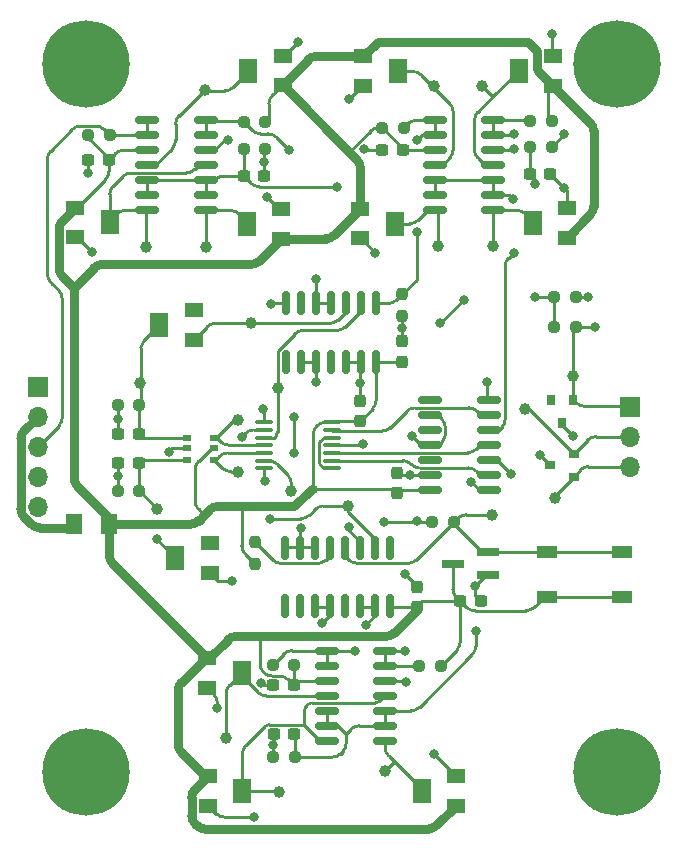
<source format=gtl>
G04 #@! TF.GenerationSoftware,KiCad,Pcbnew,(6.0.2)*
G04 #@! TF.CreationDate,2022-02-21T10:35:24-06:00*
G04 #@! TF.ProjectId,20-ELC-2-01-R2(Appetizer),32302d45-4c43-42d3-922d-30312d523228,v1*
G04 #@! TF.SameCoordinates,Original*
G04 #@! TF.FileFunction,Copper,L1,Top*
G04 #@! TF.FilePolarity,Positive*
%FSLAX46Y46*%
G04 Gerber Fmt 4.6, Leading zero omitted, Abs format (unit mm)*
G04 Created by KiCad (PCBNEW (6.0.2)) date 2022-02-21 10:35:24*
%MOMM*%
%LPD*%
G01*
G04 APERTURE LIST*
G04 Aperture macros list*
%AMRoundRect*
0 Rectangle with rounded corners*
0 $1 Rounding radius*
0 $2 $3 $4 $5 $6 $7 $8 $9 X,Y pos of 4 corners*
0 Add a 4 corners polygon primitive as box body*
4,1,4,$2,$3,$4,$5,$6,$7,$8,$9,$2,$3,0*
0 Add four circle primitives for the rounded corners*
1,1,$1+$1,$2,$3*
1,1,$1+$1,$4,$5*
1,1,$1+$1,$6,$7*
1,1,$1+$1,$8,$9*
0 Add four rect primitives between the rounded corners*
20,1,$1+$1,$2,$3,$4,$5,0*
20,1,$1+$1,$4,$5,$6,$7,0*
20,1,$1+$1,$6,$7,$8,$9,0*
20,1,$1+$1,$8,$9,$2,$3,0*%
G04 Aperture macros list end*
G04 #@! TA.AperFunction,ComponentPad*
%ADD10C,1.000000*%
G04 #@! TD*
G04 #@! TA.AperFunction,SMDPad,CuDef*
%ADD11RoundRect,0.237500X-0.237500X0.250000X-0.237500X-0.250000X0.237500X-0.250000X0.237500X0.250000X0*%
G04 #@! TD*
G04 #@! TA.AperFunction,SMDPad,CuDef*
%ADD12R,1.600000X1.300000*%
G04 #@! TD*
G04 #@! TA.AperFunction,SMDPad,CuDef*
%ADD13R,1.600000X2.000000*%
G04 #@! TD*
G04 #@! TA.AperFunction,SMDPad,CuDef*
%ADD14RoundRect,0.237500X-0.250000X-0.237500X0.250000X-0.237500X0.250000X0.237500X-0.250000X0.237500X0*%
G04 #@! TD*
G04 #@! TA.AperFunction,SMDPad,CuDef*
%ADD15RoundRect,0.237500X0.250000X0.237500X-0.250000X0.237500X-0.250000X-0.237500X0.250000X-0.237500X0*%
G04 #@! TD*
G04 #@! TA.AperFunction,SMDPad,CuDef*
%ADD16RoundRect,0.250000X0.462500X0.625000X-0.462500X0.625000X-0.462500X-0.625000X0.462500X-0.625000X0*%
G04 #@! TD*
G04 #@! TA.AperFunction,SMDPad,CuDef*
%ADD17RoundRect,0.237500X0.300000X0.237500X-0.300000X0.237500X-0.300000X-0.237500X0.300000X-0.237500X0*%
G04 #@! TD*
G04 #@! TA.AperFunction,SMDPad,CuDef*
%ADD18R,0.900000X0.800000*%
G04 #@! TD*
G04 #@! TA.AperFunction,SMDPad,CuDef*
%ADD19RoundRect,0.237500X0.237500X-0.300000X0.237500X0.300000X-0.237500X0.300000X-0.237500X-0.300000X0*%
G04 #@! TD*
G04 #@! TA.AperFunction,ComponentPad*
%ADD20C,4.100000*%
G04 #@! TD*
G04 #@! TA.AperFunction,ConnectorPad*
%ADD21C,7.400000*%
G04 #@! TD*
G04 #@! TA.AperFunction,SMDPad,CuDef*
%ADD22R,0.800000X0.900000*%
G04 #@! TD*
G04 #@! TA.AperFunction,SMDPad,CuDef*
%ADD23RoundRect,0.237500X-0.300000X-0.237500X0.300000X-0.237500X0.300000X0.237500X-0.300000X0.237500X0*%
G04 #@! TD*
G04 #@! TA.AperFunction,SMDPad,CuDef*
%ADD24R,1.900000X0.800000*%
G04 #@! TD*
G04 #@! TA.AperFunction,SMDPad,CuDef*
%ADD25RoundRect,0.150000X0.825000X0.150000X-0.825000X0.150000X-0.825000X-0.150000X0.825000X-0.150000X0*%
G04 #@! TD*
G04 #@! TA.AperFunction,SMDPad,CuDef*
%ADD26RoundRect,0.150000X-0.825000X-0.150000X0.825000X-0.150000X0.825000X0.150000X-0.825000X0.150000X0*%
G04 #@! TD*
G04 #@! TA.AperFunction,SMDPad,CuDef*
%ADD27RoundRect,0.150000X-0.150000X0.825000X-0.150000X-0.825000X0.150000X-0.825000X0.150000X0.825000X0*%
G04 #@! TD*
G04 #@! TA.AperFunction,ComponentPad*
%ADD28R,1.700000X1.700000*%
G04 #@! TD*
G04 #@! TA.AperFunction,ComponentPad*
%ADD29O,1.700000X1.700000*%
G04 #@! TD*
G04 #@! TA.AperFunction,SMDPad,CuDef*
%ADD30R,1.700000X1.000000*%
G04 #@! TD*
G04 #@! TA.AperFunction,SMDPad,CuDef*
%ADD31R,0.700000X0.500000*%
G04 #@! TD*
G04 #@! TA.AperFunction,SMDPad,CuDef*
%ADD32RoundRect,0.100000X-0.637500X-0.100000X0.637500X-0.100000X0.637500X0.100000X-0.637500X0.100000X0*%
G04 #@! TD*
G04 #@! TA.AperFunction,ViaPad*
%ADD33C,0.800000*%
G04 #@! TD*
G04 #@! TA.AperFunction,Conductor*
%ADD34C,0.250000*%
G04 #@! TD*
G04 #@! TA.AperFunction,Conductor*
%ADD35C,0.800000*%
G04 #@! TD*
G04 APERTURE END LIST*
D10*
X156225000Y-85475000D03*
X144435800Y-60900000D03*
X121000000Y-96750000D03*
X119600000Y-86050000D03*
X131325000Y-120700000D03*
X125158500Y-74549000D03*
X140350000Y-118900000D03*
X148525000Y-60900000D03*
X149453600Y-74472800D03*
X149375000Y-97200000D03*
X131250000Y-86500000D03*
X120078500Y-74549000D03*
X152175000Y-88250000D03*
X129000000Y-81000000D03*
X125125000Y-61275000D03*
X137175000Y-96475000D03*
X126873000Y-116078000D03*
D11*
X129300000Y-99512500D03*
X129300000Y-101337500D03*
D12*
X131561500Y-73830500D03*
D13*
X128661500Y-72580500D03*
D12*
X131561500Y-71330500D03*
D14*
X152605100Y-63855600D03*
X154430100Y-63855600D03*
D12*
X125296000Y-109367000D03*
D13*
X128196000Y-110617000D03*
D12*
X125296000Y-111867000D03*
D10*
X154700000Y-95800000D03*
D12*
X125475000Y-102125000D03*
D13*
X122575000Y-100875000D03*
D12*
X125475000Y-99625000D03*
X124132000Y-82403000D03*
D13*
X121232000Y-81153000D03*
D12*
X124132000Y-79903000D03*
D11*
X141795500Y-78526000D03*
X141795500Y-80351000D03*
D12*
X155729600Y-73741600D03*
D13*
X152829600Y-72491600D03*
D12*
X155729600Y-71241600D03*
X138504000Y-58389200D03*
D13*
X141404000Y-59639200D03*
D12*
X138504000Y-60889200D03*
X154561200Y-60889200D03*
D13*
X151661200Y-59639200D03*
D12*
X154561200Y-58389200D03*
X114120000Y-71203500D03*
D13*
X117020000Y-72453500D03*
D12*
X114120000Y-73703500D03*
D15*
X154430100Y-66040000D03*
X152605100Y-66040000D03*
X119530500Y-95186500D03*
X117705500Y-95186500D03*
X119530500Y-87884000D03*
X117705500Y-87884000D03*
X130198500Y-66192400D03*
X128373500Y-66192400D03*
X117041300Y-65087500D03*
X115216300Y-65087500D03*
D16*
X116987500Y-98000000D03*
X114012500Y-98000000D03*
D17*
X119480500Y-90360500D03*
X117755500Y-90360500D03*
D18*
X156295600Y-93964800D03*
X156295600Y-92064800D03*
X154295600Y-93014800D03*
D12*
X131650400Y-60838400D03*
D13*
X128750400Y-59588400D03*
D12*
X131650400Y-58338400D03*
D19*
X141351000Y-95350500D03*
X141351000Y-93625500D03*
D20*
X160000000Y-119000000D03*
D21*
X160000000Y-119000000D03*
D20*
X160000000Y-59000000D03*
D21*
X160000000Y-59000000D03*
X115000000Y-119000000D03*
D20*
X115000000Y-119000000D03*
D17*
X141832500Y-66294000D03*
X140107500Y-66294000D03*
X116940500Y-67157600D03*
X115215500Y-67157600D03*
D19*
X143002000Y-105002500D03*
X143002000Y-103277500D03*
D22*
X156245600Y-87442800D03*
X154345600Y-87442800D03*
X155295600Y-89442800D03*
D21*
X115000000Y-59000000D03*
D20*
X115000000Y-59000000D03*
D17*
X119480500Y-92837000D03*
X117755500Y-92837000D03*
D19*
X141795500Y-84238000D03*
X141795500Y-82513000D03*
D17*
X132587500Y-111650000D03*
X130862500Y-111650000D03*
D23*
X152604300Y-68326000D03*
X154329300Y-68326000D03*
D15*
X146137000Y-97853500D03*
X144312000Y-97853500D03*
D24*
X149074000Y-102296000D03*
X149074000Y-100396000D03*
X146074000Y-101346000D03*
D25*
X149096500Y-95123000D03*
X149096500Y-93853000D03*
X149096500Y-92583000D03*
X149096500Y-91313000D03*
X149096500Y-90043000D03*
X149096500Y-88773000D03*
X149096500Y-87503000D03*
X144146500Y-87503000D03*
X144146500Y-88773000D03*
X144146500Y-90043000D03*
X144146500Y-91313000D03*
X144146500Y-92583000D03*
X144146500Y-93853000D03*
X144146500Y-95123000D03*
D26*
X144540200Y-63804800D03*
X144540200Y-65074800D03*
X144540200Y-66344800D03*
X144540200Y-67614800D03*
X144540200Y-68884800D03*
X144540200Y-70154800D03*
X144540200Y-71424800D03*
X149490200Y-71424800D03*
X149490200Y-70154800D03*
X149490200Y-68884800D03*
X149490200Y-67614800D03*
X149490200Y-66344800D03*
X149490200Y-65074800D03*
X149490200Y-63804800D03*
D27*
X140779500Y-100014000D03*
X139509500Y-100014000D03*
X138239500Y-100014000D03*
X136969500Y-100014000D03*
X135699500Y-100014000D03*
X134429500Y-100014000D03*
X133159500Y-100014000D03*
X131889500Y-100014000D03*
X131889500Y-104964000D03*
X133159500Y-104964000D03*
X134429500Y-104964000D03*
X135699500Y-104964000D03*
X136969500Y-104964000D03*
X138239500Y-104964000D03*
X139509500Y-104964000D03*
X140779500Y-104964000D03*
D10*
X144830800Y-74472800D03*
D27*
X139573000Y-79313000D03*
X138303000Y-79313000D03*
X137033000Y-79313000D03*
X135763000Y-79313000D03*
X134493000Y-79313000D03*
X133223000Y-79313000D03*
X131953000Y-79313000D03*
X131953000Y-84263000D03*
X133223000Y-84263000D03*
X134493000Y-84263000D03*
X135763000Y-84263000D03*
X137033000Y-84263000D03*
X138303000Y-84263000D03*
X139573000Y-84263000D03*
D28*
X161086800Y-88036400D03*
D29*
X161086800Y-90576400D03*
X161086800Y-93116400D03*
D19*
X138239500Y-89254500D03*
X138239500Y-87529500D03*
D30*
X154076000Y-104135000D03*
X160376000Y-104135000D03*
X160376000Y-100335000D03*
X154076000Y-100335000D03*
D12*
X138250000Y-71292400D03*
D13*
X141150000Y-72542400D03*
D12*
X138250000Y-73792400D03*
D17*
X132625000Y-115760500D03*
X130900000Y-115760500D03*
D14*
X130837500Y-109900000D03*
X132662500Y-109900000D03*
D15*
X145057500Y-109982000D03*
X143232500Y-109982000D03*
D12*
X125359500Y-119336500D03*
D13*
X128259500Y-120586500D03*
D12*
X125359500Y-121836500D03*
D10*
X127900000Y-93550000D03*
X127850000Y-89150000D03*
D31*
X123571000Y-90678000D03*
X123571000Y-91567000D03*
X123571000Y-92583000D03*
X125887000Y-92583000D03*
X125884000Y-91567000D03*
X125884000Y-90678000D03*
D23*
X128360000Y-68516500D03*
X130085000Y-68516500D03*
D28*
X110947200Y-86360000D03*
D29*
X110947200Y-88900000D03*
X110947200Y-91440000D03*
X110947200Y-93980000D03*
X110947200Y-96520000D03*
D12*
X146357000Y-121836500D03*
D13*
X143457000Y-120586500D03*
D12*
X146357000Y-119336500D03*
D23*
X146711500Y-104521000D03*
X148436500Y-104521000D03*
D32*
X130106500Y-89363000D03*
X130106500Y-90013000D03*
X130106500Y-90663000D03*
X130106500Y-91313000D03*
X130106500Y-91963000D03*
X130106500Y-92613000D03*
X130106500Y-93263000D03*
X135831500Y-93263000D03*
X135831500Y-92613000D03*
X135831500Y-91963000D03*
X135831500Y-91313000D03*
X135831500Y-90663000D03*
X135831500Y-90013000D03*
X135831500Y-89363000D03*
D26*
X135383500Y-108712000D03*
X135383500Y-109982000D03*
X135383500Y-111252000D03*
X135383500Y-112522000D03*
X135383500Y-113792000D03*
X135383500Y-115062000D03*
X135383500Y-116332000D03*
X140333500Y-116332000D03*
X140333500Y-115062000D03*
X140333500Y-113792000D03*
X140333500Y-112522000D03*
X140333500Y-111252000D03*
X140333500Y-109982000D03*
X140333500Y-108712000D03*
D14*
X140108300Y-64414400D03*
X141933300Y-64414400D03*
D26*
X120207000Y-63817500D03*
X120207000Y-65087500D03*
X120207000Y-66357500D03*
X120207000Y-67627500D03*
X120207000Y-68897500D03*
X120207000Y-70167500D03*
X120207000Y-71437500D03*
X125157000Y-71437500D03*
X125157000Y-70167500D03*
X125157000Y-68897500D03*
X125157000Y-67627500D03*
X125157000Y-66357500D03*
X125157000Y-65087500D03*
X125157000Y-63817500D03*
D15*
X130198500Y-63944500D03*
X128373500Y-63944500D03*
D14*
X130850000Y-117729000D03*
X132675000Y-117729000D03*
X154662500Y-81280000D03*
X156487500Y-81280000D03*
D10*
X132400000Y-95175000D03*
D14*
X154662500Y-78740000D03*
X156487500Y-78740000D03*
D33*
X117755500Y-89069500D03*
X151250000Y-66250000D03*
X115200000Y-68250000D03*
X145000000Y-81000000D03*
X156236351Y-90510950D03*
X122000000Y-91858500D03*
X157480000Y-78740000D03*
X132588000Y-91948000D03*
X154500000Y-56500000D03*
X142100000Y-111350000D03*
X115500000Y-74950000D03*
X137275000Y-62025000D03*
X129250000Y-122800000D03*
X134475000Y-86000000D03*
X133200000Y-98300000D03*
X132588000Y-88900000D03*
X126125000Y-113575000D03*
X127000000Y-65500000D03*
X153450000Y-92150000D03*
X132975000Y-57175000D03*
X134525000Y-77250000D03*
X142025000Y-102250000D03*
X117705500Y-93930500D03*
X130375000Y-70325000D03*
X143000000Y-97750000D03*
X135000000Y-106400000D03*
X149000000Y-86000000D03*
X138239500Y-86039500D03*
X129799799Y-111450201D03*
X138700000Y-106500000D03*
X147000000Y-79000000D03*
X155500000Y-65000000D03*
X141800000Y-81400000D03*
X130085000Y-67315000D03*
X142600000Y-90525000D03*
X138575000Y-66275000D03*
X130650000Y-79325000D03*
X155500000Y-69500000D03*
X140208000Y-97790000D03*
X130150000Y-94375000D03*
X142447000Y-93853000D03*
X144475000Y-117450000D03*
X139500000Y-75000000D03*
X147955000Y-103250000D03*
X130850000Y-116725000D03*
X148012299Y-107012299D03*
X136250000Y-69425000D03*
X138500000Y-91213020D03*
X127350000Y-102800000D03*
X130556000Y-97536000D03*
X130000000Y-88250000D03*
X147651918Y-94424746D03*
X132200000Y-66300000D03*
X137750000Y-108750000D03*
X128250000Y-90575000D03*
X142012000Y-108712000D03*
X151000000Y-93750000D03*
X137250000Y-98250000D03*
X158115000Y-81280000D03*
X153035000Y-69215000D03*
X143000000Y-65500000D03*
X143000535Y-73252661D03*
X151250000Y-65000000D03*
X151250000Y-75000000D03*
X121000000Y-99250000D03*
X151130000Y-70485000D03*
X153035000Y-78740000D03*
D34*
X151155200Y-66344800D02*
X151250000Y-66250000D01*
X143002000Y-103277500D02*
X143002000Y-103227000D01*
X146357000Y-119332000D02*
X144475000Y-117450000D01*
X125157000Y-66357500D02*
X125892500Y-66357500D01*
X149000000Y-87406500D02*
X149096500Y-87503000D01*
X143002000Y-103227000D02*
X142025000Y-102250000D01*
X115500000Y-74950000D02*
X114253500Y-73703500D01*
X142960000Y-97790000D02*
X143000000Y-97750000D01*
X140333500Y-111252000D02*
X142002000Y-111252000D01*
X134493000Y-85982000D02*
X134475000Y-86000000D01*
X125892500Y-66357500D02*
X126750000Y-65500000D01*
X153450000Y-92150000D02*
X154295600Y-92995600D01*
X149074000Y-102296000D02*
X148909000Y-102296000D01*
X147955000Y-104039500D02*
X148436500Y-104521000D01*
X125832107Y-112403107D02*
X125296000Y-111867000D01*
X135699500Y-105029000D02*
X134429500Y-105029000D01*
X138504000Y-60889200D02*
X138410800Y-60889200D01*
X141795500Y-81404500D02*
X141795500Y-82513000D01*
X129250000Y-122800000D02*
X126737214Y-122800000D01*
X131953000Y-79313000D02*
X130662000Y-79313000D01*
X129999598Y-111650000D02*
X130862500Y-111650000D01*
X144146500Y-93853000D02*
X142447000Y-93853000D01*
X122291500Y-91567000D02*
X123571000Y-91567000D01*
X115215500Y-67157600D02*
X115215500Y-68234500D01*
X154430100Y-66040000D02*
X154460000Y-66040000D01*
X144146500Y-88773000D02*
X144798000Y-88773000D01*
X155500000Y-69496700D02*
X154329300Y-68326000D01*
X129799799Y-111450201D02*
X129999598Y-111650000D01*
X130106500Y-93263000D02*
X130106500Y-94331500D01*
X156236351Y-90510950D02*
X155295600Y-89570199D01*
X155295600Y-89570199D02*
X155295600Y-89442800D01*
X138292400Y-73792400D02*
X139500000Y-75000000D01*
X130850000Y-116725000D02*
X130900000Y-116675000D01*
X117705500Y-95186500D02*
X117705500Y-92887000D01*
X132588000Y-88900000D02*
X132588000Y-91948000D01*
X141800000Y-81400000D02*
X141795500Y-81404500D01*
X155500000Y-69500000D02*
X155500000Y-69496700D01*
X133159500Y-98340500D02*
X133159500Y-99949000D01*
X114253500Y-73703500D02*
X114120000Y-73703500D01*
X131561500Y-71330500D02*
X131380500Y-71330500D01*
X149000000Y-86000000D02*
X149000000Y-87406500D01*
X138239500Y-86039500D02*
X138239500Y-84326500D01*
X131380500Y-71330500D02*
X130375000Y-70325000D01*
X154295600Y-92995600D02*
X154295600Y-93014800D01*
X143103500Y-97853500D02*
X143000000Y-97750000D01*
X148909000Y-102296000D02*
X147955000Y-103250000D01*
X138239500Y-84326500D02*
X138303000Y-84263000D01*
X138594000Y-66294000D02*
X138575000Y-66275000D01*
X145000000Y-81000000D02*
X147000000Y-79000000D01*
X144862000Y-91313000D02*
X144146500Y-91313000D01*
X149490200Y-66344800D02*
X151155200Y-66344800D01*
X138700000Y-106500000D02*
X139509500Y-105690500D01*
X141800000Y-81400000D02*
X141795500Y-81395500D01*
X145153127Y-91021873D02*
X144862000Y-91313000D01*
X134493000Y-79313000D02*
X135763000Y-79313000D01*
X154460000Y-66040000D02*
X155500000Y-65000000D01*
X147955000Y-103250000D02*
X147955000Y-104039500D01*
X138303000Y-84263000D02*
X137033000Y-84263000D01*
X130662000Y-79313000D02*
X130650000Y-79325000D01*
X131889500Y-99949000D02*
X134429500Y-99949000D01*
X126750000Y-65500000D02*
X127000000Y-65500000D01*
X141578500Y-93853000D02*
X142447000Y-93853000D01*
X131811600Y-58338400D02*
X132975000Y-57175000D01*
X145446020Y-89835234D02*
X145446020Y-90314766D01*
X122000000Y-91858500D02*
X122291500Y-91567000D01*
X130900000Y-116675000D02*
X130900000Y-115760500D01*
X134493000Y-77282000D02*
X134525000Y-77250000D01*
X142002000Y-111252000D02*
X142100000Y-111350000D01*
X117755500Y-90360500D02*
X117755500Y-87934000D01*
X138250000Y-73792400D02*
X138292400Y-73792400D01*
X130106500Y-94331500D02*
X130150000Y-94375000D01*
X117755500Y-87934000D02*
X117705500Y-87884000D01*
X131650400Y-58338400D02*
X131811600Y-58338400D01*
X142600000Y-90525000D02*
X143388000Y-91313000D01*
X140208000Y-97790000D02*
X142960000Y-97790000D01*
X126030107Y-122507107D02*
X125359500Y-121836500D01*
X138410800Y-60889200D02*
X137275000Y-62025000D01*
X134493000Y-84263000D02*
X133223000Y-84263000D01*
X126125000Y-113575000D02*
X126125000Y-113110214D01*
X135000000Y-106400000D02*
X135699500Y-105700500D01*
X133200000Y-98300000D02*
X133159500Y-98340500D01*
X130085000Y-66305900D02*
X130198500Y-66192400D01*
X139509500Y-105029000D02*
X138239500Y-105029000D01*
X130850000Y-116725000D02*
X130850000Y-117729000D01*
X141351000Y-93625500D02*
X141578500Y-93853000D01*
X144312000Y-97853500D02*
X143103500Y-97853500D01*
X135699500Y-105700500D02*
X135699500Y-105029000D01*
X139509500Y-105690500D02*
X139509500Y-105029000D01*
X115215500Y-68234500D02*
X115200000Y-68250000D01*
X130085000Y-68516500D02*
X130085000Y-66305900D01*
X156487500Y-78740000D02*
X157480000Y-78740000D01*
X140107500Y-66294000D02*
X138594000Y-66294000D01*
X134493000Y-79313000D02*
X134493000Y-77282000D01*
X117705500Y-92887000D02*
X117755500Y-92837000D01*
X134493000Y-84263000D02*
X134493000Y-85982000D01*
X154500000Y-56500000D02*
X154500000Y-58328000D01*
X143388000Y-91313000D02*
X144146500Y-91313000D01*
X138239500Y-87529500D02*
X138239500Y-86039500D01*
X155729600Y-69729600D02*
X155729600Y-71241600D01*
X155500000Y-69500000D02*
X155729600Y-69729600D01*
X146357000Y-119336500D02*
X146357000Y-119332000D01*
X144798000Y-88773000D02*
X145153127Y-89128127D01*
X141795500Y-81395500D02*
X141795500Y-80351000D01*
X154500000Y-58328000D02*
X154561200Y-58389200D01*
X145446019Y-89835234D02*
G75*
G03*
X145153126Y-89128128I-999993J3D01*
G01*
X126124999Y-113110214D02*
G75*
G03*
X125832106Y-112403108I-999993J3D01*
G01*
X145153127Y-91021873D02*
G75*
G03*
X145446020Y-90314766I-707106J707106D01*
G01*
X126030107Y-122507107D02*
G75*
G03*
X126737214Y-122800000I707106J707106D01*
G01*
X153865000Y-104135000D02*
X152972373Y-105027627D01*
X146711500Y-104521000D02*
X146711500Y-107913786D01*
X139118093Y-64707293D02*
X137406000Y-66419386D01*
X141000500Y-95000000D02*
X141351000Y-95350500D01*
X142999500Y-105000000D02*
X140808500Y-105000000D01*
X132587500Y-111650000D02*
X132080873Y-111143373D01*
D35*
X125088192Y-123800000D02*
X143979286Y-123800000D01*
X125296000Y-109367000D02*
X125433000Y-109367000D01*
D34*
X140108300Y-64414400D02*
X139825200Y-64414400D01*
X129750000Y-107650000D02*
X129900000Y-107500000D01*
X131373766Y-110850480D02*
X130764694Y-110850480D01*
D35*
X153161689Y-57911689D02*
X152400000Y-57150000D01*
D34*
X152265266Y-105320520D02*
X147925234Y-105320520D01*
D35*
X123959989Y-121150225D02*
X123959989Y-122671797D01*
X138504000Y-58346000D02*
X139700000Y-57150000D01*
X137406000Y-66594000D02*
X131650400Y-60838400D01*
D34*
X129750000Y-109350000D02*
X129750000Y-107650000D01*
X116940500Y-67157600D02*
X117447707Y-66650393D01*
D35*
X124252882Y-123378904D02*
X124381085Y-123507107D01*
D34*
X138239500Y-89254500D02*
X135940000Y-89254500D01*
D35*
X132629944Y-96500000D02*
X134129944Y-95000000D01*
D34*
X144146500Y-95123000D02*
X141578500Y-95123000D01*
D35*
X144686393Y-123507107D02*
X146357000Y-121836500D01*
D34*
X132587500Y-109975000D02*
X132662500Y-109900000D01*
X143483500Y-104521000D02*
X143002000Y-105002500D01*
X135301214Y-89363000D02*
X135831500Y-89363000D01*
D35*
X133806707Y-58682093D02*
X131650400Y-60838400D01*
D34*
X160376000Y-104135000D02*
X154076000Y-104135000D01*
X144489400Y-66294000D02*
X144540200Y-66344800D01*
D35*
X112720489Y-76306275D02*
X112720489Y-73017225D01*
D34*
X135940000Y-89254500D02*
X135831500Y-89363000D01*
D35*
X125457107Y-96792893D02*
X125025000Y-97225000D01*
D34*
X134250000Y-95000000D02*
X141000500Y-95000000D01*
D35*
X122800000Y-116610786D02*
X122800000Y-112114214D01*
X125359500Y-119336500D02*
X125111500Y-119336500D01*
D34*
X154266500Y-104135000D02*
X153865000Y-104135000D01*
X115216300Y-65291300D02*
X116940500Y-67015500D01*
D35*
X154561200Y-60889200D02*
X153353604Y-59681604D01*
X137957107Y-67145107D02*
X137406000Y-66594000D01*
D34*
X140108300Y-64433300D02*
X141832500Y-66157500D01*
X154100000Y-63525500D02*
X154100000Y-61350400D01*
X129750000Y-109835786D02*
X129750000Y-109350000D01*
X141832500Y-66157500D02*
X141832500Y-66294000D01*
D35*
X116987500Y-98000000D02*
X116987500Y-97487500D01*
D34*
X141578500Y-95123000D02*
X141351000Y-95350500D01*
D35*
X116987500Y-98000000D02*
X116987500Y-100644286D01*
X155729600Y-73741600D02*
X157707107Y-71764093D01*
D34*
X124542893Y-96742893D02*
X125025000Y-97225000D01*
X140108300Y-64414400D02*
X140108300Y-64433300D01*
X139573000Y-84263000D02*
X139573000Y-87506786D01*
D35*
X128977786Y-76000000D02*
X122500000Y-76000000D01*
X116987500Y-98000000D02*
X123835786Y-98000000D01*
D34*
X137406000Y-66419386D02*
X137406000Y-66594000D01*
D35*
X143002000Y-105298000D02*
X143002000Y-105002500D01*
D34*
X147218127Y-105027627D02*
X146711500Y-104521000D01*
D35*
X134129944Y-95000000D02*
X134250000Y-95000000D01*
X136004793Y-73537607D02*
X138250000Y-71292400D01*
X128200000Y-96500000D02*
X132629944Y-96500000D01*
X127714214Y-107500000D02*
X129900000Y-107500000D01*
D34*
X154100000Y-61350400D02*
X154561200Y-60889200D01*
X128200000Y-99823286D02*
X128200000Y-96500000D01*
D35*
X138504000Y-58389200D02*
X138504000Y-58346000D01*
X115707107Y-76292893D02*
X114000000Y-78000000D01*
X125025000Y-97225000D02*
X124542893Y-97707107D01*
D34*
X146074000Y-103469286D02*
X146074000Y-101346000D01*
X130500000Y-63643000D02*
X130500000Y-62403014D01*
X129300000Y-101337500D02*
X128492893Y-100530393D01*
X134250000Y-90414214D02*
X134250000Y-95000000D01*
D35*
X158000000Y-71056986D02*
X158000000Y-64742214D01*
D34*
X139598000Y-84238000D02*
X139573000Y-84263000D01*
X141795500Y-84238000D02*
X139598000Y-84238000D01*
D35*
X116987500Y-97487500D02*
X114292893Y-94792893D01*
D34*
X132985500Y-111252000D02*
X135383500Y-111252000D01*
X134542893Y-89707107D02*
X134594107Y-89655893D01*
X115216300Y-65087500D02*
X115216300Y-65291300D01*
D35*
X138250000Y-71292400D02*
X138250000Y-67852214D01*
D34*
X130792893Y-61695907D02*
X131650400Y-60838400D01*
X116940500Y-67157600D02*
X116950000Y-67167100D01*
X132587500Y-111650000D02*
X132985500Y-111252000D01*
D35*
X157707107Y-64035107D02*
X154561200Y-60889200D01*
D34*
X124250000Y-93385192D02*
X124250000Y-96035786D01*
X114271500Y-71203500D02*
X114120000Y-71203500D01*
X125884000Y-91567000D02*
X125653978Y-91567000D01*
D35*
X129900000Y-107500000D02*
X140385786Y-107500000D01*
X153161689Y-59489689D02*
X153161689Y-57911689D01*
X125133000Y-109367000D02*
X125296000Y-109367000D01*
X114000000Y-78000000D02*
X113013382Y-77013382D01*
D34*
X141832500Y-66294000D02*
X144489400Y-66294000D01*
D35*
X152400000Y-57150000D02*
X139700000Y-57150000D01*
X117280393Y-101351393D02*
X125296000Y-109367000D01*
X126164214Y-96500000D02*
X128200000Y-96500000D01*
D34*
X116940500Y-67015500D02*
X116940500Y-67157600D01*
X146711500Y-104521000D02*
X146366893Y-104176393D01*
D35*
X114000000Y-94085786D02*
X114000000Y-78000000D01*
D34*
X146711500Y-104521000D02*
X143483500Y-104521000D01*
X118154814Y-66357500D02*
X120207000Y-66357500D01*
D35*
X125111500Y-119336500D02*
X123092893Y-117317893D01*
D34*
X130198500Y-63944500D02*
X130500000Y-63643000D01*
X146418607Y-108620893D02*
X145057500Y-109982000D01*
D35*
X138504000Y-58389200D02*
X134513814Y-58389200D01*
D34*
X154076000Y-104135000D02*
X153865000Y-104135000D01*
D35*
X125433000Y-109367000D02*
X127007107Y-107792893D01*
D34*
X143002000Y-105002500D02*
X142999500Y-105000000D01*
D35*
X131561500Y-73830500D02*
X135297686Y-73830500D01*
X123092893Y-111407107D02*
X125133000Y-109367000D01*
X141092893Y-107207107D02*
X143002000Y-105298000D01*
X153353604Y-59681604D02*
X153161689Y-59489689D01*
X113013382Y-72310118D02*
X114120000Y-71203500D01*
D34*
X154430100Y-63855600D02*
X154100000Y-63525500D01*
X116950000Y-67167100D02*
X116950000Y-68110786D01*
X116657107Y-68817893D02*
X114271500Y-71203500D01*
X139280107Y-88213893D02*
X138239500Y-89254500D01*
X130057587Y-110557587D02*
X130042893Y-110542893D01*
D35*
X131561500Y-73830500D02*
X129684893Y-75707107D01*
D34*
X132587500Y-111650000D02*
X132587500Y-109975000D01*
D35*
X125359500Y-119336500D02*
X124252882Y-120443118D01*
X122500000Y-76000000D02*
X116414214Y-76000000D01*
D34*
X125653978Y-91567000D02*
X124542893Y-92678085D01*
D35*
X157999999Y-71056986D02*
G75*
G02*
X157707106Y-71764092I-999993J-3D01*
G01*
X134513814Y-58389201D02*
G75*
G03*
X133806708Y-58682094I-3J-999993D01*
G01*
X125457107Y-96792893D02*
G75*
G02*
X126164214Y-96500000I707106J-707106D01*
G01*
X157999999Y-64742214D02*
G75*
G03*
X157707106Y-64035108I-999993J3D01*
G01*
X117280393Y-101351393D02*
G75*
G02*
X116987500Y-100644286I707106J707106D01*
G01*
D34*
X152265266Y-105320519D02*
G75*
G03*
X152972372Y-105027626I3J999993D01*
G01*
X139280107Y-88213893D02*
G75*
G03*
X139573000Y-87506786I-707106J707106D01*
G01*
X124542893Y-96742893D02*
G75*
G02*
X124250000Y-96035786I707106J707106D01*
G01*
D35*
X129684893Y-75707107D02*
G75*
G02*
X128977786Y-76000000I-707106J707106D01*
G01*
D34*
X134542893Y-89707107D02*
G75*
G03*
X134250000Y-90414214I707106J-707106D01*
G01*
D35*
X114292893Y-94792893D02*
G75*
G02*
X114000000Y-94085786I707106J707106D01*
G01*
D34*
X146418607Y-108620893D02*
G75*
G03*
X146711500Y-107913786I-707106J707106D01*
G01*
D35*
X144686393Y-123507107D02*
G75*
G02*
X143979286Y-123800000I-707106J707106D01*
G01*
D34*
X124542893Y-92678085D02*
G75*
G03*
X124250000Y-93385192I707106J-707106D01*
G01*
X118154814Y-66357501D02*
G75*
G03*
X117447708Y-66650394I-3J-999993D01*
G01*
X130057587Y-110557587D02*
G75*
G03*
X130764694Y-110850480I707106J707106D01*
G01*
D35*
X135297686Y-73830499D02*
G75*
G03*
X136004792Y-73537606I3J999993D01*
G01*
D34*
X139118093Y-64707293D02*
G75*
G02*
X139825200Y-64414400I707106J-707106D01*
G01*
D35*
X127007107Y-107792893D02*
G75*
G02*
X127714214Y-107500000I707106J-707106D01*
G01*
D34*
X128492893Y-100530393D02*
G75*
G02*
X128200000Y-99823286I707106J707106D01*
G01*
D35*
X123835786Y-97999999D02*
G75*
G03*
X124542892Y-97707106I3J999993D01*
G01*
X113013382Y-72310118D02*
G75*
G03*
X112720489Y-73017225I707106J-707106D01*
G01*
X122800001Y-112114214D02*
G75*
G02*
X123092894Y-111407108I999993J3D01*
G01*
X138249999Y-67852214D02*
G75*
G03*
X137957106Y-67145108I-999993J3D01*
G01*
D34*
X147218127Y-105027627D02*
G75*
G03*
X147925234Y-105320520I707106J707106D01*
G01*
D35*
X122800001Y-116610786D02*
G75*
G03*
X123092894Y-117317892I999993J-3D01*
G01*
X113013382Y-77013382D02*
G75*
G02*
X112720489Y-76306275I707106J707106D01*
G01*
D34*
X116949999Y-68110786D02*
G75*
G02*
X116657106Y-68817892I-999993J-3D01*
G01*
D35*
X124252882Y-120443118D02*
G75*
G03*
X123959989Y-121150225I707106J-707106D01*
G01*
D34*
X134594107Y-89655893D02*
G75*
G02*
X135301214Y-89363000I707106J-707106D01*
G01*
D35*
X140385786Y-107499999D02*
G75*
G03*
X141092892Y-107207106I3J999993D01*
G01*
D34*
X146074001Y-103469286D02*
G75*
G03*
X146366894Y-104176392I999993J-3D01*
G01*
D35*
X124381085Y-123507107D02*
G75*
G03*
X125088192Y-123800000I707106J707106D01*
G01*
X116414214Y-76000001D02*
G75*
G03*
X115707108Y-76292894I-3J-999993D01*
G01*
D34*
X130042893Y-110542893D02*
G75*
G02*
X129750000Y-109835786I707106J707106D01*
G01*
X131373766Y-110850481D02*
G75*
G02*
X132080872Y-111143374I3J-999993D01*
G01*
D35*
X123959990Y-122671797D02*
G75*
G03*
X124252883Y-123378903I999993J-3D01*
G01*
D34*
X130792893Y-61695907D02*
G75*
G03*
X130500000Y-62403014I707106J-707106D01*
G01*
X142543786Y-113792000D02*
X140333500Y-113792000D01*
X156295600Y-93964800D02*
X156295600Y-93979400D01*
X132675000Y-115810500D02*
X132625000Y-115760500D01*
X148012299Y-107012299D02*
X148012299Y-108323487D01*
X154700000Y-95575000D02*
X154700000Y-95800000D01*
X136329040Y-115062000D02*
X137036147Y-115769107D01*
X147719406Y-109030594D02*
X143250893Y-113499107D01*
X137036147Y-115769107D02*
X137450361Y-115354893D01*
X135383500Y-113792000D02*
X135383500Y-115062000D01*
X136563893Y-117436107D02*
X136743254Y-117256746D01*
X132675000Y-117729000D02*
X135856786Y-117729000D01*
X156295600Y-93979400D02*
X154700000Y-95575000D01*
X140333500Y-115062000D02*
X140333500Y-113792000D01*
X135383500Y-115062000D02*
X136329040Y-115062000D01*
X132675000Y-117729000D02*
X132675000Y-115810500D01*
X140333500Y-115062000D02*
X138157468Y-115062000D01*
X157558214Y-93116400D02*
X161086800Y-93116400D01*
X137036147Y-116549639D02*
X137036147Y-115769107D01*
X156295600Y-93964800D02*
X156851107Y-93409293D01*
X157558214Y-93116401D02*
G75*
G03*
X156851108Y-93409294I-3J-999993D01*
G01*
X143250893Y-113499107D02*
G75*
G02*
X142543786Y-113792000I-707106J707106D01*
G01*
X147719406Y-109030594D02*
G75*
G03*
X148012299Y-108323487I-707106J707106D01*
G01*
X136743254Y-117256746D02*
G75*
G03*
X137036147Y-116549639I-707106J707106D01*
G01*
X137450361Y-115354893D02*
G75*
G02*
X138157468Y-115062000I707106J-707106D01*
G01*
X136563893Y-117436107D02*
G75*
G02*
X135856786Y-117729000I-707106J707106D01*
G01*
X128373500Y-68503000D02*
X128360000Y-68516500D01*
X125902500Y-68897500D02*
X125990607Y-68809393D01*
X125157000Y-70167500D02*
X125157000Y-68897500D01*
X128373500Y-66192400D02*
X128373500Y-68503000D01*
X128975607Y-69132107D02*
X128360000Y-68516500D01*
X136250000Y-69425000D02*
X129682714Y-69425000D01*
X152480800Y-88250000D02*
X156295600Y-92064800D01*
X158198214Y-90576400D02*
X161086800Y-90576400D01*
X120207000Y-68897500D02*
X125157000Y-68897500D01*
X120207000Y-70167500D02*
X120207000Y-68897500D01*
X126697714Y-68516500D02*
X128360000Y-68516500D01*
X152175000Y-88250000D02*
X152480800Y-88250000D01*
X156295600Y-92064800D02*
X157491107Y-90869293D01*
X125157000Y-68897500D02*
X125902500Y-68897500D01*
X157491107Y-90869293D02*
G75*
G02*
X158198214Y-90576400I707106J-707106D01*
G01*
X128975607Y-69132107D02*
G75*
G03*
X129682714Y-69425000I707106J707106D01*
G01*
X126697714Y-68516501D02*
G75*
G03*
X125990608Y-68809394I-3J-999993D01*
G01*
X127350000Y-102800000D02*
X126150000Y-102800000D01*
X126150000Y-102800000D02*
X125475000Y-102125000D01*
X138500000Y-91213020D02*
X138400020Y-91313000D01*
X138400020Y-91313000D02*
X135831500Y-91313000D01*
X125987000Y-92583000D02*
X125887000Y-92583000D01*
X130106500Y-91963000D02*
X127021214Y-91963000D01*
X126314107Y-92255893D02*
X125987000Y-92583000D01*
X126561107Y-93257107D02*
X125887000Y-92583000D01*
X127900000Y-93550000D02*
X127268214Y-93550000D01*
X126561107Y-93257107D02*
G75*
G03*
X127268214Y-93550000I707106J707106D01*
G01*
X127021214Y-91963001D02*
G75*
G03*
X126314108Y-92255894I-3J-999993D01*
G01*
X135079214Y-96475000D02*
X137175000Y-96475000D01*
X137175000Y-96950000D02*
X137175000Y-96475000D01*
X130556000Y-97536000D02*
X133189786Y-97536000D01*
X139509500Y-100014000D02*
X139509500Y-99284500D01*
X133896893Y-97243107D02*
X134372107Y-96767893D01*
X139509500Y-99284500D02*
X137175000Y-96950000D01*
X133189786Y-97535999D02*
G75*
G03*
X133896892Y-97243106I3J999993D01*
G01*
X135079214Y-96475001D02*
G75*
G03*
X134372108Y-96767894I-3J-999993D01*
G01*
X160376000Y-100335000D02*
X154076000Y-100335000D01*
X146497607Y-97492893D02*
X146137000Y-97853500D01*
X148571000Y-100396000D02*
X146137000Y-97962000D01*
X149135000Y-100335000D02*
X149074000Y-100396000D01*
X137977734Y-101313520D02*
X142262766Y-101313520D01*
X149074000Y-100396000D02*
X148571000Y-100396000D01*
X154076000Y-100335000D02*
X149135000Y-100335000D01*
X136969500Y-100719500D02*
X137270627Y-101020627D01*
X149375000Y-97200000D02*
X147204714Y-97200000D01*
X146137000Y-97962000D02*
X146137000Y-97853500D01*
X142969873Y-101020627D02*
X146137000Y-97853500D01*
X136969500Y-100014000D02*
X136969500Y-100719500D01*
X142969873Y-101020627D02*
G75*
G02*
X142262766Y-101313520I-707106J707106D01*
G01*
X137270627Y-101020627D02*
G75*
G03*
X137977734Y-101313520I707106J707106D01*
G01*
X146497607Y-97492893D02*
G75*
G02*
X147204714Y-97200000I707106J-707106D01*
G01*
X118145087Y-68544913D02*
X117312893Y-69377107D01*
X124547500Y-67627500D02*
X124215873Y-67959127D01*
X117619607Y-71730393D02*
X117020000Y-72330000D01*
X117020000Y-70084214D02*
X117020000Y-72453500D01*
X125157000Y-67627500D02*
X124547500Y-67627500D01*
X120078500Y-74549000D02*
X120078500Y-71566000D01*
X120207000Y-71437500D02*
X118326714Y-71437500D01*
X120078500Y-71566000D02*
X120207000Y-71437500D01*
X123508766Y-68252020D02*
X118852194Y-68252020D01*
X117020000Y-72330000D02*
X117020000Y-72453500D01*
X117619607Y-71730393D02*
G75*
G02*
X118326714Y-71437500I707106J-707106D01*
G01*
X118145087Y-68544913D02*
G75*
G02*
X118852194Y-68252020I707106J-707106D01*
G01*
X123508766Y-68252019D02*
G75*
G03*
X124215872Y-67959126I3J999993D01*
G01*
X117312893Y-69377107D02*
G75*
G03*
X117020000Y-70084214I707106J-707106D01*
G01*
X117041300Y-65087500D02*
X116534673Y-64580873D01*
X112042893Y-77542893D02*
X112707107Y-78207107D01*
X111750000Y-67685698D02*
X111750000Y-76835786D01*
X111750000Y-67099214D02*
X111750000Y-67685698D01*
X120207000Y-65087500D02*
X120207000Y-63817500D01*
X113854127Y-64580873D02*
X112042893Y-66392107D01*
X117041300Y-65087500D02*
X120207000Y-65087500D01*
X112707107Y-89680093D02*
X110947200Y-91440000D01*
X130000000Y-88250000D02*
X130106500Y-88356500D01*
X115827566Y-64287980D02*
X114561234Y-64287980D01*
X113000000Y-78914214D02*
X113000000Y-88972986D01*
X130106500Y-88356500D02*
X130106500Y-89363000D01*
X111750001Y-67099214D02*
G75*
G02*
X112042894Y-66392108I999993J3D01*
G01*
X114561234Y-64287981D02*
G75*
G03*
X113854128Y-64580874I-3J-999993D01*
G01*
X115827566Y-64287981D02*
G75*
G02*
X116534672Y-64580874I3J-999993D01*
G01*
X112999999Y-88972986D02*
G75*
G02*
X112707106Y-89680092I-999993J-3D01*
G01*
X111750001Y-76835786D02*
G75*
G03*
X112042894Y-77542892I999993J-3D01*
G01*
X112999999Y-78914214D02*
G75*
G03*
X112707106Y-78207108I-999993J3D01*
G01*
X129079467Y-64650467D02*
X128373500Y-63944500D01*
X125164500Y-63825000D02*
X125157000Y-63817500D01*
X148350172Y-95123000D02*
X149096500Y-95123000D01*
X128254000Y-63825000D02*
X125164500Y-63825000D01*
X147651918Y-94424746D02*
X148350172Y-95123000D01*
X132200000Y-66300000D02*
X131136253Y-65236253D01*
X130429146Y-64943360D02*
X129786574Y-64943360D01*
X128373500Y-63944500D02*
X128254000Y-63825000D01*
X125157000Y-65087500D02*
X125157000Y-63817500D01*
X130429146Y-64943361D02*
G75*
G02*
X131136252Y-65236254I3J-999993D01*
G01*
X129079467Y-64650467D02*
G75*
G03*
X129786574Y-64943360I707104J707101D01*
G01*
X128259500Y-120586500D02*
X131211500Y-120586500D01*
X133500000Y-115000000D02*
X133500000Y-113763528D01*
X133646447Y-113409974D02*
X133761903Y-113294518D01*
X139853875Y-113001625D02*
X140333500Y-112522000D01*
X131211500Y-120586500D02*
X131325000Y-120700000D01*
X135383500Y-116332000D02*
X134832000Y-116332000D01*
X134832000Y-116332000D02*
X133460980Y-114960980D01*
X134115456Y-113148072D02*
X139500321Y-113148072D01*
X128259500Y-117429714D02*
X128259500Y-120586500D01*
X130167573Y-115107427D02*
X128552393Y-116722607D01*
X133157796Y-114960980D02*
X133439020Y-114960980D01*
X133157796Y-114960980D02*
X130521127Y-114960980D01*
X133460980Y-114960980D02*
X133157796Y-114960980D01*
X135383500Y-116332000D02*
X134707000Y-116332000D01*
X128259501Y-117429714D02*
G75*
G02*
X128552394Y-116722608I999993J3D01*
G01*
X139500321Y-113148072D02*
G75*
G03*
X139853875Y-113001625I1J499997D01*
G01*
X134115456Y-113148073D02*
G75*
G03*
X133761903Y-113294518I0J-500001D01*
G01*
X130167573Y-115107427D02*
G75*
G02*
X130521127Y-114960980I353553J-353550D01*
G01*
X133646447Y-113409974D02*
G75*
G03*
X133500000Y-113763528I353550J-353553D01*
G01*
X130837500Y-109900000D02*
X131744607Y-108992893D01*
X137712000Y-108712000D02*
X137750000Y-108750000D01*
X135383500Y-109982000D02*
X135383500Y-108712000D01*
X132451714Y-108700000D02*
X135371500Y-108700000D01*
X135383500Y-108712000D02*
X137712000Y-108712000D01*
X128519107Y-90305893D02*
X128250000Y-90575000D01*
X130106500Y-90013000D02*
X129226214Y-90013000D01*
X135371500Y-108700000D02*
X135383500Y-108712000D01*
X128519107Y-90305893D02*
G75*
G02*
X129226214Y-90013000I707106J-707106D01*
G01*
X132451714Y-108700001D02*
G75*
G03*
X131744608Y-108992894I-3J-999993D01*
G01*
X142012000Y-108712000D02*
X140333500Y-108712000D01*
X143232500Y-109982000D02*
X140333500Y-109982000D01*
X151000000Y-93750000D02*
X149833000Y-92583000D01*
X149833000Y-92583000D02*
X149096500Y-92583000D01*
X140333500Y-108712000D02*
X140333500Y-109982000D01*
X135635786Y-81000000D02*
X129000000Y-81000000D01*
X137033000Y-80017000D02*
X136342893Y-80707107D01*
X125242107Y-81292893D02*
X124132000Y-82403000D01*
X129000000Y-81000000D02*
X125949214Y-81000000D01*
X137033000Y-79313000D02*
X137033000Y-80017000D01*
X125242107Y-81292893D02*
G75*
G02*
X125949214Y-81000000I707106J-707106D01*
G01*
X136342893Y-80707107D02*
G75*
G02*
X135635786Y-81000000I-707106J707106D01*
G01*
X130106500Y-92613000D02*
X130448786Y-92613000D01*
X137250000Y-98500000D02*
X138239500Y-99489500D01*
X138239500Y-99489500D02*
X138239500Y-100014000D01*
X137250000Y-98250000D02*
X137250000Y-98500000D01*
X132400000Y-94564214D02*
X132400000Y-95175000D01*
X138239500Y-99481464D02*
X138239500Y-100014000D01*
X131155893Y-92905893D02*
X132107107Y-93857107D01*
X130448786Y-92613001D02*
G75*
G02*
X131155892Y-92905894I3J-999993D01*
G01*
X132399999Y-94564214D02*
G75*
G03*
X132107106Y-93857108I-999993J3D01*
G01*
X134857348Y-92976709D02*
X135143639Y-93263000D01*
X134769480Y-91161423D02*
X134769480Y-92764577D01*
X135831500Y-90663000D02*
X135143639Y-90663000D01*
X135143639Y-90663000D02*
X134857348Y-90949291D01*
X134769481Y-92764577D02*
G75*
G03*
X134857349Y-92976708I299997J-1D01*
G01*
X134857348Y-90949291D02*
G75*
G03*
X134769480Y-91161423I212130J-212131D01*
G01*
X149096500Y-91313000D02*
X148387000Y-91313000D01*
X147348266Y-91937520D02*
X136544841Y-91937520D01*
X136544841Y-91937520D02*
X136519361Y-91963000D01*
X136519361Y-91963000D02*
X135831500Y-91963000D01*
X148387000Y-91313000D02*
X148055373Y-91644627D01*
X148055373Y-91644627D02*
G75*
G02*
X147348266Y-91937520I-707106J707106D01*
G01*
X149096500Y-93853000D02*
X148403000Y-93853000D01*
X147364266Y-93228480D02*
X143261308Y-93228480D01*
X148403000Y-93853000D02*
X148071373Y-93521373D01*
X141817400Y-92613000D02*
X135831500Y-92613000D01*
X142554201Y-92935587D02*
X142524507Y-92905893D01*
X148071373Y-93521373D02*
G75*
G03*
X147364266Y-93228480I-707106J-707106D01*
G01*
X142524507Y-92905893D02*
G75*
G03*
X141817400Y-92613000I-707106J-707106D01*
G01*
X142554201Y-92935587D02*
G75*
G03*
X143261308Y-93228480I707106J707106D01*
G01*
X156245600Y-85495600D02*
X156225000Y-85475000D01*
X157242014Y-88025000D02*
X161075400Y-88025000D01*
X152605100Y-66040000D02*
X152605100Y-68325200D01*
X153035000Y-69215000D02*
X153035000Y-68756700D01*
X156225000Y-81542500D02*
X156487500Y-81280000D01*
X153035000Y-68756700D02*
X152604300Y-68326000D01*
X156245600Y-87442800D02*
X156245600Y-85495600D01*
X156487500Y-81280000D02*
X158115000Y-81280000D01*
X156225000Y-85475000D02*
X156225000Y-81542500D01*
X156245600Y-87442800D02*
X156534907Y-87732107D01*
X152605100Y-68325200D02*
X152604300Y-68326000D01*
X161075400Y-88025000D02*
X161086800Y-88036400D01*
X157242014Y-88024999D02*
G75*
G02*
X156534908Y-87732106I-3J999993D01*
G01*
X144540200Y-63804800D02*
X142957114Y-63804800D01*
X143425200Y-65074800D02*
X143000000Y-65500000D01*
X143000535Y-73252661D02*
X143000000Y-73253196D01*
X144540200Y-65074800D02*
X143425200Y-65074800D01*
X139573000Y-79313000D02*
X140594286Y-79313000D01*
X143000000Y-77321500D02*
X141795500Y-78526000D01*
X142250007Y-64097693D02*
X141933300Y-64414400D01*
X144540200Y-63804800D02*
X144540200Y-65074800D01*
X141301393Y-79020107D02*
X141795500Y-78526000D01*
X143000000Y-73253196D02*
X143000000Y-77321500D01*
X141301393Y-79020107D02*
G75*
G02*
X140594286Y-79313000I-707106J707106D01*
G01*
X142957114Y-63804801D02*
G75*
G03*
X142250008Y-64097694I-3J-999993D01*
G01*
X149490200Y-65074800D02*
X151175200Y-65074800D01*
X149490200Y-63804800D02*
X149490200Y-65074800D01*
X149987000Y-90043000D02*
X149096500Y-90043000D01*
X152554300Y-63804800D02*
X152605100Y-63855600D01*
X150500000Y-76164214D02*
X150500000Y-89115786D01*
X151175200Y-65074800D02*
X151250000Y-65000000D01*
X149490200Y-63804800D02*
X152554300Y-63804800D01*
X151250000Y-75000000D02*
X150792893Y-75457107D01*
X150207107Y-89822893D02*
X149987000Y-90043000D01*
X150207107Y-89822893D02*
G75*
G03*
X150500000Y-89115786I-707106J707106D01*
G01*
X150500001Y-76164214D02*
G75*
G02*
X150792894Y-75457108I999993J3D01*
G01*
X146100000Y-66285786D02*
X146100000Y-63089214D01*
X144540200Y-67614800D02*
X145185200Y-67614800D01*
X142649986Y-59639200D02*
X141404000Y-59639200D01*
X145807107Y-62382107D02*
X143357093Y-59932093D01*
X145185200Y-67614800D02*
X145807107Y-66992893D01*
X143357093Y-59932093D02*
G75*
G03*
X142649986Y-59639200I-707106J-707106D01*
G01*
X145807107Y-62382107D02*
G75*
G02*
X146100000Y-63089214I-707106J-707106D01*
G01*
X145807107Y-66992893D02*
G75*
G03*
X146100000Y-66285786I-707106J707106D01*
G01*
X148814800Y-67614800D02*
X148192893Y-66992893D01*
X149490200Y-67614800D02*
X148814800Y-67614800D01*
X149512700Y-61787700D02*
X151661200Y-59639200D01*
X148525000Y-60900000D02*
X149412700Y-61787700D01*
X148192893Y-63107507D02*
X149512700Y-61787700D01*
X149412700Y-61787700D02*
X149512700Y-61787700D01*
X147900000Y-66285786D02*
X147900000Y-63814614D01*
X148192893Y-63107507D02*
G75*
G03*
X147900000Y-63814614I707106J-707106D01*
G01*
X148192893Y-66992893D02*
G75*
G02*
X147900000Y-66285786I707106J707106D01*
G01*
X125884000Y-90678000D02*
X126078000Y-90678000D01*
X125884000Y-90678000D02*
X125997000Y-90678000D01*
X125997000Y-90678000D02*
X127525000Y-89150000D01*
X127127214Y-91313000D02*
X130106500Y-91313000D01*
X126078000Y-90678000D02*
X126420107Y-91020107D01*
X127525000Y-89150000D02*
X127850000Y-89150000D01*
X126420107Y-91020107D02*
G75*
G03*
X127127214Y-91313000I707106J707106D01*
G01*
X135935020Y-90116520D02*
X140069266Y-90116520D01*
X148473000Y-88773000D02*
X149096500Y-88773000D01*
X135831500Y-90013000D02*
X135935020Y-90116520D01*
X148141373Y-88441373D02*
X148473000Y-88773000D01*
X142865734Y-88148480D02*
X147434266Y-88148480D01*
X140776373Y-89823627D02*
X142158627Y-88441373D01*
X140776373Y-89823627D02*
G75*
G02*
X140069266Y-90116520I-707106J707106D01*
G01*
X142865734Y-88148481D02*
G75*
G03*
X142158628Y-88441374I-3J-999993D01*
G01*
X147434266Y-88148481D02*
G75*
G02*
X148141372Y-88441374I3J-999993D01*
G01*
X119480500Y-87934000D02*
X119530500Y-87884000D01*
X119942893Y-82442107D02*
X121232000Y-81153000D01*
X119480500Y-90360500D02*
X119480500Y-87934000D01*
X119651928Y-87762572D02*
X119651928Y-83050912D01*
X119650000Y-87764500D02*
X119530500Y-87884000D01*
X119530500Y-87884000D02*
X119651928Y-87762572D01*
X123571000Y-90678000D02*
X119798000Y-90678000D01*
X119798000Y-90678000D02*
X119480500Y-90360500D01*
X119942893Y-82442107D02*
G75*
G03*
X119651928Y-83050912I728177J-721949D01*
G01*
X121000000Y-99250000D02*
X122575000Y-100825000D01*
X121000000Y-96656000D02*
X119530500Y-95186500D01*
X119530500Y-92887000D02*
X119480500Y-92837000D01*
X121000000Y-96750000D02*
X121000000Y-96656000D01*
X119734500Y-92583000D02*
X119480500Y-92837000D01*
X123571000Y-92583000D02*
X119734500Y-92583000D01*
X122575000Y-100825000D02*
X122575000Y-100875000D01*
X119530500Y-95186500D02*
X119530500Y-92887000D01*
D35*
X113714500Y-98298000D02*
X114012500Y-98000000D01*
X110947200Y-88900000D02*
X109790582Y-90056618D01*
X109790582Y-97413301D02*
X110382388Y-98005107D01*
X109497689Y-90763725D02*
X109497689Y-96706194D01*
X111089495Y-98298000D02*
X113714500Y-98298000D01*
X110382388Y-98005107D02*
G75*
G03*
X111089495Y-98298000I707106J707106D01*
G01*
X109497690Y-96706194D02*
G75*
G03*
X109790583Y-97413300I999993J-3D01*
G01*
X109497690Y-90763725D02*
G75*
G02*
X109790583Y-90056619I999993J3D01*
G01*
D34*
X134610786Y-101325000D02*
X131526714Y-101325000D01*
X130819607Y-101032107D02*
X129300000Y-99512500D01*
X135699500Y-100650500D02*
X135317893Y-101032107D01*
X135699500Y-100014000D02*
X135699500Y-100650500D01*
X130819607Y-101032107D02*
G75*
G03*
X131526714Y-101325000I707106J707106D01*
G01*
X134610786Y-101324999D02*
G75*
G03*
X135317892Y-101032106I3J999993D01*
G01*
X128750400Y-59588400D02*
X128750400Y-59731500D01*
X122600000Y-64114214D02*
X122600000Y-65485786D01*
X128750400Y-59731500D02*
X127474793Y-61007107D01*
X120872500Y-67627500D02*
X120207000Y-67627500D01*
X126767686Y-61300000D02*
X125000000Y-61300000D01*
X125000000Y-61300000D02*
X122892893Y-63407107D01*
X122307107Y-66192893D02*
X120872500Y-67627500D01*
X122892893Y-63407107D02*
G75*
G03*
X122600000Y-64114214I707106J-707106D01*
G01*
X127474793Y-61007107D02*
G75*
G02*
X126767686Y-61300000I-707106J707106D01*
G01*
X122307107Y-66192893D02*
G75*
G03*
X122600000Y-65485786I-707106J707106D01*
G01*
X127273286Y-71437500D02*
X125157000Y-71437500D01*
X125158500Y-74549000D02*
X125158500Y-71439000D01*
X128661500Y-72580500D02*
X128661500Y-72411500D01*
X128661500Y-72411500D02*
X127980393Y-71730393D01*
X125158500Y-71439000D02*
X125157000Y-71437500D01*
X127980393Y-71730393D02*
G75*
G03*
X127273286Y-71437500I-707106J-707106D01*
G01*
X143975200Y-71424800D02*
X144540200Y-71424800D01*
X141150000Y-72542400D02*
X142443386Y-72542400D01*
X144830800Y-74472800D02*
X144830800Y-71715400D01*
X143150493Y-72249507D02*
X143975200Y-71424800D01*
X144830800Y-71715400D02*
X144540200Y-71424800D01*
X143150493Y-72249507D02*
G75*
G02*
X142443386Y-72542400I-707106J707106D01*
G01*
X152829600Y-72329600D02*
X152829600Y-72491600D01*
X149490200Y-71424800D02*
X151510586Y-71424800D01*
X149453600Y-71461400D02*
X149490200Y-71424800D01*
X149453600Y-74472800D02*
X149453600Y-71461400D01*
X152217693Y-71717693D02*
X152829600Y-72329600D01*
X152217693Y-71717693D02*
G75*
G03*
X151510586Y-71424800I-707106J-707106D01*
G01*
X128196000Y-110617000D02*
X127167893Y-111645107D01*
X128196000Y-110617000D02*
X128196000Y-110871000D01*
X126875000Y-112352214D02*
X126875000Y-116076000D01*
X128196000Y-110871000D02*
X129554107Y-112229107D01*
X126875000Y-116076000D02*
X126873000Y-116078000D01*
X130261214Y-112522000D02*
X135383500Y-112522000D01*
X130261214Y-112521999D02*
G75*
G02*
X129554108Y-112229106I-3J999993D01*
G01*
X127167893Y-111645107D02*
G75*
G03*
X126875000Y-112352214I707106J-707106D01*
G01*
X143457000Y-120432000D02*
X143457000Y-120586500D01*
X140333500Y-116332000D02*
X140333500Y-116894286D01*
X141112500Y-118087500D02*
X143457000Y-120432000D01*
X140626393Y-117601393D02*
X141112500Y-118087500D01*
X140350000Y-118900000D02*
X141112500Y-118137500D01*
X141112500Y-118137500D02*
X141112500Y-118087500D01*
X140626393Y-117601393D02*
G75*
G02*
X140333500Y-116894286I707106J707106D01*
G01*
X132677035Y-81892893D02*
X131250000Y-83319928D01*
X136231822Y-81600000D02*
X133384142Y-81600000D01*
X131250000Y-83319928D02*
X131250000Y-90157893D01*
X131103553Y-90511447D02*
X130952000Y-90663000D01*
X130952000Y-90663000D02*
X130106500Y-90663000D01*
X138303000Y-79943036D02*
X136938929Y-81307107D01*
X138303000Y-79313000D02*
X138303000Y-79943036D01*
X132677035Y-81892893D02*
G75*
G02*
X133384142Y-81600000I707106J-707106D01*
G01*
X136231822Y-81599999D02*
G75*
G03*
X136938928Y-81307106I1J999998D01*
G01*
X131250000Y-90157893D02*
G75*
G02*
X131103553Y-90511447I-499997J-1D01*
G01*
X154662500Y-78740000D02*
X153035000Y-78740000D01*
X154662500Y-78740000D02*
X154662500Y-81280000D01*
X149490200Y-70154800D02*
X149490200Y-68884800D01*
X144540200Y-68884800D02*
X149490200Y-68884800D01*
X149490200Y-70154800D02*
X150799800Y-70154800D01*
X150799800Y-70154800D02*
X151130000Y-70485000D01*
X144540200Y-70154800D02*
X144540200Y-68884800D01*
M02*

</source>
